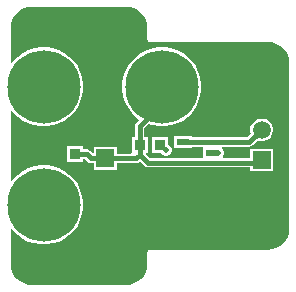
<source format=gtl>
G04*
G04 #@! TF.GenerationSoftware,Altium Limited,Altium Designer,21.7.2 (23)*
G04*
G04 Layer_Physical_Order=1*
G04 Layer_Color=255*
%FSLAX25Y25*%
%MOIN*%
G70*
G04*
G04 #@! TF.SameCoordinates,CD49883A-D9D7-4F0A-866F-15B73C44CB22*
G04*
G04*
G04 #@! TF.FilePolarity,Positive*
G04*
G01*
G75*
%ADD14R,0.04213X0.02362*%
%ADD15R,0.03800X0.03500*%
%ADD16R,0.03500X0.03800*%
%ADD24C,0.01500*%
%ADD25C,0.05906*%
%ADD26R,0.05906X0.05906*%
%ADD27C,0.01968*%
%ADD28C,0.24410*%
G36*
X367995Y352185D02*
X369370Y352049D01*
X370691Y351648D01*
X371909Y350997D01*
X372977Y350121D01*
X373853Y349054D01*
X374504Y347835D01*
X374905Y346514D01*
X375041Y345139D01*
X375041D01*
Y341202D01*
X375104Y340885D01*
X375283Y340616D01*
X375552Y340437D01*
X375869Y340374D01*
X415239D01*
Y340374D01*
X416614Y340238D01*
X417935Y339837D01*
X419153Y339186D01*
X420221Y338310D01*
X421097Y337243D01*
X421748Y336024D01*
X422149Y334703D01*
X422285Y333328D01*
X422285D01*
Y278210D01*
X422285D01*
X422149Y276835D01*
X421748Y275514D01*
X421097Y274296D01*
X420221Y273228D01*
X419153Y272352D01*
X417935Y271701D01*
X416614Y271300D01*
X415239Y271164D01*
Y271164D01*
X375869D01*
X375552Y271101D01*
X375283Y270922D01*
X375104Y270653D01*
X375041Y270336D01*
Y266399D01*
X375041D01*
X374905Y265024D01*
X374504Y263703D01*
X373853Y262485D01*
X372977Y261417D01*
X371909Y260541D01*
X370691Y259890D01*
X369370Y259489D01*
X367995Y259353D01*
Y259353D01*
X336499D01*
Y259353D01*
X335124Y259489D01*
X333803Y259890D01*
X332585Y260541D01*
X331517Y261417D01*
X330641Y262485D01*
X329990Y263703D01*
X329589Y265024D01*
X329453Y266399D01*
X329453D01*
Y277953D01*
X329929Y278108D01*
X330376Y277492D01*
X331844Y276024D01*
X333524Y274804D01*
X335373Y273861D01*
X337348Y273220D01*
X339398Y272895D01*
X341474D01*
X343524Y273220D01*
X345499Y273861D01*
X347348Y274804D01*
X349028Y276024D01*
X350496Y277492D01*
X351716Y279171D01*
X352659Y281021D01*
X353300Y282996D01*
X353625Y285046D01*
Y287122D01*
X353300Y289173D01*
X352659Y291147D01*
X351716Y292997D01*
X350496Y294676D01*
X349028Y296144D01*
X347348Y297364D01*
X345499Y298307D01*
X343524Y298948D01*
X341474Y299273D01*
X339398D01*
X337348Y298948D01*
X335373Y298307D01*
X333524Y297364D01*
X331844Y296144D01*
X330376Y294676D01*
X329929Y294061D01*
X329453Y294215D01*
Y317323D01*
X329929Y317478D01*
X330376Y316862D01*
X331844Y315394D01*
X333524Y314174D01*
X335373Y313231D01*
X337348Y312590D01*
X339398Y312265D01*
X341474D01*
X343524Y312590D01*
X345499Y313231D01*
X347348Y314174D01*
X349028Y315394D01*
X350496Y316862D01*
X351716Y318542D01*
X352659Y320391D01*
X353300Y322366D01*
X353625Y324416D01*
Y326492D01*
X353300Y328542D01*
X352659Y330517D01*
X351716Y332367D01*
X350496Y334046D01*
X349028Y335514D01*
X347348Y336734D01*
X345499Y337677D01*
X343524Y338318D01*
X341474Y338643D01*
X339398D01*
X337348Y338318D01*
X335373Y337677D01*
X333524Y336734D01*
X331844Y335514D01*
X330376Y334046D01*
X329929Y333431D01*
X329453Y333585D01*
Y345139D01*
X329453D01*
X329589Y346514D01*
X329990Y347835D01*
X330641Y349054D01*
X331517Y350121D01*
X332585Y350997D01*
X333803Y351648D01*
X335124Y352049D01*
X336499Y352185D01*
Y352185D01*
X367995D01*
Y352185D01*
D02*
G37*
%LPC*%
G36*
X380844Y338643D02*
X378768D01*
X376718Y338318D01*
X374743Y337677D01*
X372894Y336734D01*
X371214Y335514D01*
X369746Y334046D01*
X368526Y332367D01*
X367583Y330517D01*
X366942Y328542D01*
X366617Y326492D01*
Y324416D01*
X366942Y322366D01*
X367583Y320391D01*
X368526Y318542D01*
X369746Y316862D01*
X371214Y315394D01*
X372029Y314802D01*
X372069Y314303D01*
X371292Y313527D01*
X370952Y313018D01*
X370832Y312418D01*
Y308537D01*
X369713D01*
Y303463D01*
X369335Y303168D01*
X364740D01*
Y305340D01*
X357260D01*
Y303383D01*
X356760Y303257D01*
X355908Y304108D01*
X355400Y304448D01*
X354800Y304568D01*
X353437D01*
Y305587D01*
X348363D01*
Y300213D01*
X353437D01*
Y301432D01*
X354151D01*
X355092Y300492D01*
X355600Y300152D01*
X356200Y300032D01*
X357260D01*
Y297860D01*
X364740D01*
Y300032D01*
X371300D01*
X371900Y300152D01*
X372408Y300492D01*
X372450Y300533D01*
X373992Y298992D01*
X374500Y298652D01*
X375100Y298533D01*
X409360D01*
Y297360D01*
X416840D01*
Y304840D01*
X409360D01*
Y301667D01*
X400505D01*
X400313Y302130D01*
X400369Y302185D01*
X400668Y302908D01*
Y303692D01*
X400369Y304415D01*
X399851Y304932D01*
X399869Y305102D01*
X400002Y305433D01*
X409000D01*
X409600Y305552D01*
X410108Y305892D01*
X411795Y307578D01*
X412608Y307360D01*
X413592D01*
X414544Y307615D01*
X415396Y308107D01*
X416093Y308804D01*
X416585Y309656D01*
X416840Y310608D01*
Y311592D01*
X416585Y312544D01*
X416093Y313397D01*
X415396Y314093D01*
X414544Y314585D01*
X413592Y314840D01*
X412608D01*
X411656Y314585D01*
X410804Y314093D01*
X410107Y313397D01*
X409615Y312544D01*
X409360Y311592D01*
Y310608D01*
X409578Y309794D01*
X408351Y308568D01*
X389731D01*
Y308968D01*
X383944D01*
Y305031D01*
X389731D01*
Y305433D01*
X393253D01*
X393668Y305228D01*
X393668Y304932D01*
Y301667D01*
X375749D01*
X374454Y302963D01*
X374661Y303463D01*
X375087D01*
Y308537D01*
X373968D01*
Y311769D01*
X375262Y313063D01*
X376718Y312590D01*
X378768Y312265D01*
X380844D01*
X382894Y312590D01*
X384869Y313231D01*
X386719Y314174D01*
X388398Y315394D01*
X389866Y316862D01*
X391086Y318542D01*
X392029Y320391D01*
X392670Y322366D01*
X392995Y324416D01*
Y326492D01*
X392670Y328542D01*
X392029Y330517D01*
X391086Y332367D01*
X389866Y334046D01*
X388398Y335514D01*
X386719Y336734D01*
X384869Y337677D01*
X382894Y338318D01*
X380844Y338643D01*
D02*
G37*
G36*
X381987Y308537D02*
X376613D01*
Y303463D01*
X379458D01*
X379531Y303285D01*
X380085Y302731D01*
X380808Y302432D01*
X381592D01*
X382315Y302731D01*
X382869Y303285D01*
X383169Y304008D01*
Y304792D01*
X382869Y305515D01*
X382315Y306069D01*
X381987Y306205D01*
Y308537D01*
D02*
G37*
%LPD*%
D14*
X396562Y303260D02*
D03*
Y310740D02*
D03*
X386837Y307000D02*
D03*
D15*
X379300Y306000D02*
D03*
X372400D02*
D03*
D16*
X350900Y309800D02*
D03*
Y302900D02*
D03*
D24*
X356200Y301600D02*
X371300D01*
X372400Y302700D02*
Y312418D01*
X371300Y301600D02*
X372400Y302700D01*
Y302800D02*
X375100Y300100D01*
X412100D01*
X350900Y302750D02*
X351150Y303000D01*
X354800D01*
X356200Y301600D01*
X412100Y300100D02*
X413100Y301100D01*
X386837Y307000D02*
X409000D01*
X413100Y311100D01*
X372400Y312418D02*
X379806Y319824D01*
Y325454D01*
D25*
X413100Y311100D02*
D03*
X361000Y311600D02*
D03*
D26*
X413100Y301100D02*
D03*
X361000Y301600D02*
D03*
D27*
X398700Y303300D02*
D03*
X381200Y304400D02*
D03*
D28*
X379805Y285915D02*
D03*
X340436Y286084D02*
D03*
Y325454D02*
D03*
X379806D02*
D03*
M02*

</source>
